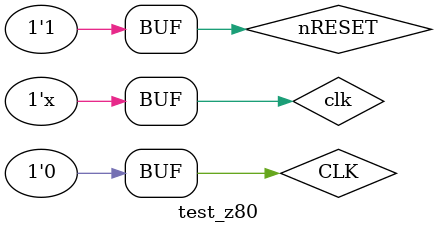
<source format=sv>
module test_z80();
`include "z80_top_direct_n.v"

wire nM1,
     nMREQ,
     nIORQ,
     nRD,
     nWR,
     nRFSH,
     nHALT,
     nBUSACK,
     
     nWAIT,
     nINT,
     nNMI,
     nRESET,
     nBUSRQ,
     
     CLK;
wire [15:0] A;
wire [7:0] D;

initial begin
    CLK = 0;
    nRESET = 1;
    #5 nRESET = 0;
    #5 nRESET = 1;
end

always #5 clk = ~clk;

z80_top_direct_n z80(
    .nM1,
    .nMREQ,
    .nIORQ,
    .nRD,
    .nWR,
    .nRFSH,
    .nHALT,
    .nBUSACK,
    .nWAIT,
    .nINT,
    .nNMI,
    .nRESET,
    .nBUSRQ,
    .CLK,
    .A,
    .D);
    
endmodule
</source>
